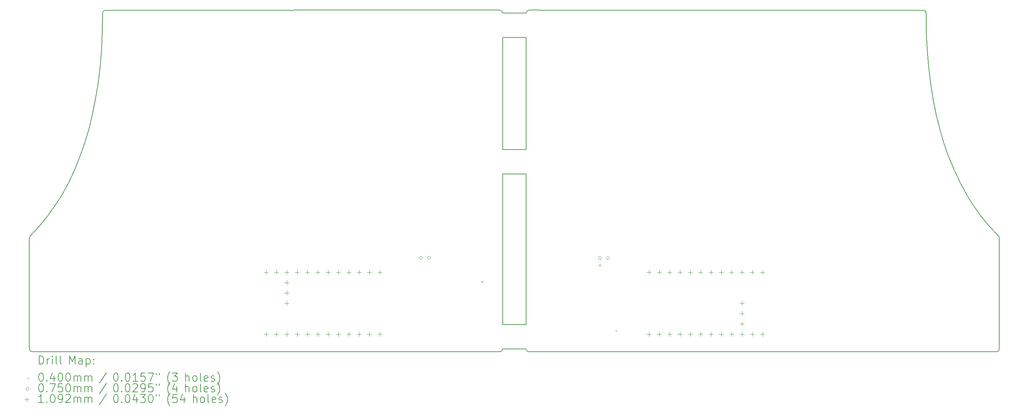
<source format=gbr>
%TF.GenerationSoftware,KiCad,Pcbnew,(7.0.0)*%
%TF.CreationDate,2023-03-18T22:03:25+08:00*%
%TF.ProjectId,lul_left,6c756c5f-6c65-4667-942e-6b696361645f,rev?*%
%TF.SameCoordinates,Original*%
%TF.FileFunction,Drillmap*%
%TF.FilePolarity,Positive*%
%FSLAX45Y45*%
G04 Gerber Fmt 4.5, Leading zero omitted, Abs format (unit mm)*
G04 Created by KiCad (PCBNEW (7.0.0)) date 2023-03-18 22:03:25*
%MOMM*%
%LPD*%
G01*
G04 APERTURE LIST*
%ADD10C,0.150000*%
%ADD11C,0.200000*%
%ADD12C,0.040000*%
%ADD13C,0.075000*%
%ADD14C,0.109220*%
G04 APERTURE END LIST*
D10*
X24315817Y-2236779D02*
X24313383Y-2234227D01*
X26133966Y-7810558D02*
X26133162Y-7806982D01*
X24332597Y-2267830D02*
X24331607Y-2264342D01*
X24290019Y-2218473D02*
X24286681Y-2217157D01*
X24283266Y-2216001D02*
X24279778Y-2215010D01*
X26135415Y-7825249D02*
X26135323Y-7821531D01*
X24322358Y-2245105D02*
X24320309Y-2242223D01*
X24313383Y-2234227D02*
X24310830Y-2231793D01*
X13921876Y-10552852D02*
X14499156Y-10553151D01*
X26135415Y-7825249D02*
X26135415Y-7825249D01*
X2284243Y-7824953D02*
X2284242Y-9812343D01*
X26131043Y-7799985D02*
X26129732Y-7796577D01*
X25509093Y-7035517D02*
X25335397Y-6759994D01*
X24327663Y-2254334D02*
X24326040Y-2251165D01*
X26132187Y-7803455D02*
X26131043Y-7799985D01*
X26116105Y-7774972D02*
X26113553Y-7772279D01*
X24333418Y-2271386D02*
X24332597Y-2267830D01*
X26113553Y-7772279D02*
X26113553Y-7772279D01*
X13920942Y-2284700D02*
G75*
G03*
X13846900Y-2210658I-74042J0D01*
G01*
X24508607Y-4412222D02*
X24446076Y-4016954D01*
X3521973Y-5843319D02*
X3389965Y-6163747D01*
X25898171Y-7541660D02*
X25696684Y-7296073D01*
X3744303Y-5157559D02*
X3640086Y-5507923D01*
X14498671Y-5644997D02*
X13921171Y-5644997D01*
X24397442Y-3606717D02*
X24362703Y-3181512D01*
X24265190Y-2212790D02*
X24261407Y-2212694D01*
X4056955Y-3181216D02*
X4022216Y-3606421D01*
X24299522Y-2223339D02*
X24296444Y-2221569D01*
X24279778Y-2215010D02*
X24276221Y-2214189D01*
X25696684Y-7296073D02*
X25509093Y-7035517D01*
X13845428Y-10627859D02*
G75*
G03*
X13921876Y-10552852I1572J74859D01*
G01*
X3244060Y-6469206D02*
X3084260Y-6759698D01*
X13845428Y-10627859D02*
X8053122Y-10627416D01*
X14498790Y-2285704D02*
X13920942Y-2284700D01*
X24334065Y-2275005D02*
X24333418Y-2271386D01*
X24446076Y-4016954D02*
X24397442Y-3606717D01*
X25335397Y-6759994D02*
X25175597Y-6469502D01*
X3640086Y-5507923D02*
X3521973Y-5843319D01*
X26124826Y-7786787D02*
X26122874Y-7783689D01*
X2284468Y-10552539D02*
G75*
G03*
X2360463Y-10627701I75462J299D01*
G01*
X24329135Y-2257590D02*
X24327663Y-2254334D01*
X26128257Y-7793237D02*
X26126621Y-7789972D01*
X24261407Y-2212694D02*
X24261407Y-2212694D01*
X25029693Y-6164042D02*
X24897685Y-5843614D01*
X24320309Y-2242223D02*
X24318127Y-2239446D01*
X24305387Y-2227300D02*
X24302505Y-2225251D01*
X24272602Y-2213542D02*
X24268923Y-2213074D01*
X24675354Y-5157855D02*
X24585033Y-4792522D01*
X24334911Y-2286198D02*
X24334816Y-2282416D01*
X24261407Y-2212694D02*
X15060412Y-2212694D01*
X3084260Y-6759698D02*
X2910565Y-7035221D01*
X2722974Y-7295777D02*
X2521487Y-7541364D01*
X24296444Y-2221569D02*
X24293275Y-2219945D01*
X26120769Y-7780683D02*
X26118511Y-7777775D01*
X20366536Y-10627712D02*
X14574220Y-10627833D01*
X14499156Y-10553151D02*
G75*
G03*
X14574220Y-10627833I72844J-1849D01*
G01*
X2284469Y-10552539D02*
X2284242Y-9812343D01*
X14498500Y-9952000D02*
X14499327Y-6246148D01*
X26118511Y-7777775D02*
X26116105Y-7774972D01*
X14498500Y-9952000D02*
X13921000Y-9952000D01*
X2521487Y-7541364D02*
X2305486Y-7771386D01*
X3389965Y-6163747D02*
X3244060Y-6469206D01*
X2305486Y-7771386D02*
G75*
G03*
X2284243Y-7824953I54515J-52614D01*
G01*
X26134596Y-7814180D02*
X26133966Y-7810558D01*
X24331607Y-2264342D02*
X24330451Y-2260927D01*
X24897685Y-5843614D02*
X24779572Y-5508219D01*
X4077798Y-2741044D02*
X4056955Y-3181216D01*
X26059195Y-10627996D02*
G75*
G03*
X26135995Y-10552926I805J75996D01*
G01*
X13921000Y-9952000D02*
X13920673Y-6245852D01*
X26135415Y-9812639D02*
X26135415Y-7825249D01*
X26113553Y-7772279D02*
X25898171Y-7541660D01*
X13357946Y-2210726D02*
X4156800Y-2212636D01*
X24302505Y-2225251D02*
X24299522Y-2223339D01*
X24334816Y-2282416D02*
X24334532Y-2278684D01*
X3911051Y-4411926D02*
X3834625Y-4792227D01*
X24779572Y-5508219D02*
X24675354Y-5157855D01*
X25175597Y-6469502D02*
X25029693Y-6164042D01*
X24362703Y-3181512D02*
X24341859Y-2741340D01*
X14573000Y-2211789D02*
G75*
G03*
X14498790Y-2285704I0J-74211D01*
G01*
X26135415Y-9812639D02*
X26135995Y-10552926D01*
X24334532Y-2278684D02*
X24334065Y-2275005D01*
X24326040Y-2251165D02*
X24324270Y-2248087D01*
X24310830Y-2231793D02*
X24308163Y-2229482D01*
X24286681Y-2217157D02*
X24283266Y-2216001D01*
X26126621Y-7789972D02*
X26124826Y-7786787D01*
X3973581Y-4016658D02*
X3911051Y-4411926D01*
X4022216Y-3606421D02*
X3973581Y-4016658D01*
X26135323Y-7821531D02*
X26135049Y-7817839D01*
X13846900Y-2210658D02*
X13357946Y-2210726D01*
X20366536Y-10627712D02*
X26059195Y-10627996D01*
X13920791Y-2886559D02*
X14499446Y-2886855D01*
X24341859Y-2741340D02*
X24334911Y-2286198D01*
X26133162Y-7806982D02*
X26132187Y-7803455D01*
X24324270Y-2248087D02*
X24322358Y-2245105D01*
X24308163Y-2229482D02*
X24305387Y-2227300D01*
X24293275Y-2219945D02*
X24290019Y-2218473D01*
X4156800Y-2212636D02*
G75*
G03*
X4084736Y-2284700I0J-72064D01*
G01*
X24318127Y-2239446D02*
X24315817Y-2236779D01*
X26113553Y-7772279D02*
X26113553Y-7772279D01*
X24585033Y-4792522D02*
X24508607Y-4412222D01*
X15060412Y-2212694D02*
X14573000Y-2211789D01*
X24330451Y-2260927D02*
X24329135Y-2257590D01*
X2910565Y-7035221D02*
X2722974Y-7295777D01*
X14498671Y-5644997D02*
X14499446Y-2886855D01*
X24276221Y-2214189D02*
X24272602Y-2213542D01*
X26129732Y-7796577D02*
X26128257Y-7793237D01*
X13921171Y-5644997D02*
X13920791Y-2886559D01*
X2360463Y-10627701D02*
X8053122Y-10627416D01*
X4084736Y-2284700D02*
X4077798Y-2741044D01*
X24334911Y-2286198D02*
X24334911Y-2286198D01*
X26122874Y-7783689D02*
X26120769Y-7780683D01*
X3834625Y-4792227D02*
X3744303Y-5157559D01*
X13920673Y-6245852D02*
X14499327Y-6246148D01*
X24268923Y-2213074D02*
X24265190Y-2212790D01*
X26135049Y-7817839D02*
X26134596Y-7814180D01*
D11*
D12*
X13395100Y-8881400D02*
X13435100Y-8921400D01*
X13435100Y-8881400D02*
X13395100Y-8921400D01*
X16290700Y-8475000D02*
X16330700Y-8515000D01*
X16330700Y-8475000D02*
X16290700Y-8515000D01*
X16697100Y-10087900D02*
X16737100Y-10127900D01*
X16737100Y-10087900D02*
X16697100Y-10127900D01*
D13*
X11949500Y-8308000D02*
G75*
G03*
X11949500Y-8308000I-37500J0D01*
G01*
X12149500Y-8308000D02*
G75*
G03*
X12149500Y-8308000I-37500J0D01*
G01*
X16346500Y-8318000D02*
G75*
G03*
X16346500Y-8318000I-37500J0D01*
G01*
X16546500Y-8318000D02*
G75*
G03*
X16546500Y-8318000I-37500J0D01*
G01*
D14*
X8104965Y-8610094D02*
X8104965Y-8719314D01*
X8050355Y-8664704D02*
X8159575Y-8664704D01*
X8104965Y-10134094D02*
X8104965Y-10243314D01*
X8050355Y-10188704D02*
X8159575Y-10188704D01*
X8358965Y-8610094D02*
X8358965Y-8719314D01*
X8304355Y-8664704D02*
X8413575Y-8664704D01*
X8358965Y-10134094D02*
X8358965Y-10243314D01*
X8304355Y-10188704D02*
X8413575Y-10188704D01*
X8612965Y-8610094D02*
X8612965Y-8719314D01*
X8558355Y-8664704D02*
X8667575Y-8664704D01*
X8612965Y-8864094D02*
X8612965Y-8973314D01*
X8558355Y-8918704D02*
X8667575Y-8918704D01*
X8612965Y-9118094D02*
X8612965Y-9227314D01*
X8558355Y-9172704D02*
X8667575Y-9172704D01*
X8612965Y-9372094D02*
X8612965Y-9481314D01*
X8558355Y-9426704D02*
X8667575Y-9426704D01*
X8612965Y-10134094D02*
X8612965Y-10243314D01*
X8558355Y-10188704D02*
X8667575Y-10188704D01*
X8866965Y-8610094D02*
X8866965Y-8719314D01*
X8812355Y-8664704D02*
X8921575Y-8664704D01*
X8866965Y-10134094D02*
X8866965Y-10243314D01*
X8812355Y-10188704D02*
X8921575Y-10188704D01*
X9120965Y-8610094D02*
X9120965Y-8719314D01*
X9066355Y-8664704D02*
X9175575Y-8664704D01*
X9120965Y-10134094D02*
X9120965Y-10243314D01*
X9066355Y-10188704D02*
X9175575Y-10188704D01*
X9374965Y-8610094D02*
X9374965Y-8719314D01*
X9320355Y-8664704D02*
X9429575Y-8664704D01*
X9374965Y-10134094D02*
X9374965Y-10243314D01*
X9320355Y-10188704D02*
X9429575Y-10188704D01*
X9628965Y-8610094D02*
X9628965Y-8719314D01*
X9574355Y-8664704D02*
X9683575Y-8664704D01*
X9628965Y-10134094D02*
X9628965Y-10243314D01*
X9574355Y-10188704D02*
X9683575Y-10188704D01*
X9882965Y-8610094D02*
X9882965Y-8719314D01*
X9828355Y-8664704D02*
X9937575Y-8664704D01*
X9882965Y-10134094D02*
X9882965Y-10243314D01*
X9828355Y-10188704D02*
X9937575Y-10188704D01*
X10136965Y-8610094D02*
X10136965Y-8719314D01*
X10082355Y-8664704D02*
X10191575Y-8664704D01*
X10136965Y-10134094D02*
X10136965Y-10243314D01*
X10082355Y-10188704D02*
X10191575Y-10188704D01*
X10390965Y-8610094D02*
X10390965Y-8719314D01*
X10336355Y-8664704D02*
X10445575Y-8664704D01*
X10390965Y-10134094D02*
X10390965Y-10243314D01*
X10336355Y-10188704D02*
X10445575Y-10188704D01*
X10644965Y-8610094D02*
X10644965Y-8719314D01*
X10590355Y-8664704D02*
X10699575Y-8664704D01*
X10644965Y-10134094D02*
X10644965Y-10243314D01*
X10590355Y-10188704D02*
X10699575Y-10188704D01*
X10898965Y-8610094D02*
X10898965Y-8719314D01*
X10844355Y-8664704D02*
X10953575Y-8664704D01*
X10898965Y-10134094D02*
X10898965Y-10243314D01*
X10844355Y-10188704D02*
X10953575Y-10188704D01*
X17520000Y-8611390D02*
X17520000Y-8720610D01*
X17465390Y-8666000D02*
X17574610Y-8666000D01*
X17520000Y-10135390D02*
X17520000Y-10244610D01*
X17465390Y-10190000D02*
X17574610Y-10190000D01*
X17774000Y-8611390D02*
X17774000Y-8720610D01*
X17719390Y-8666000D02*
X17828610Y-8666000D01*
X17774000Y-10135390D02*
X17774000Y-10244610D01*
X17719390Y-10190000D02*
X17828610Y-10190000D01*
X18028000Y-8611390D02*
X18028000Y-8720610D01*
X17973390Y-8666000D02*
X18082610Y-8666000D01*
X18028000Y-10135390D02*
X18028000Y-10244610D01*
X17973390Y-10190000D02*
X18082610Y-10190000D01*
X18282000Y-8611390D02*
X18282000Y-8720610D01*
X18227390Y-8666000D02*
X18336610Y-8666000D01*
X18282000Y-10135390D02*
X18282000Y-10244610D01*
X18227390Y-10190000D02*
X18336610Y-10190000D01*
X18536000Y-8611390D02*
X18536000Y-8720610D01*
X18481390Y-8666000D02*
X18590610Y-8666000D01*
X18536000Y-10135390D02*
X18536000Y-10244610D01*
X18481390Y-10190000D02*
X18590610Y-10190000D01*
X18790000Y-8611390D02*
X18790000Y-8720610D01*
X18735390Y-8666000D02*
X18844610Y-8666000D01*
X18790000Y-10135390D02*
X18790000Y-10244610D01*
X18735390Y-10190000D02*
X18844610Y-10190000D01*
X19044000Y-8611390D02*
X19044000Y-8720610D01*
X18989390Y-8666000D02*
X19098610Y-8666000D01*
X19044000Y-10135390D02*
X19044000Y-10244610D01*
X18989390Y-10190000D02*
X19098610Y-10190000D01*
X19298000Y-8611390D02*
X19298000Y-8720610D01*
X19243390Y-8666000D02*
X19352610Y-8666000D01*
X19298000Y-10135390D02*
X19298000Y-10244610D01*
X19243390Y-10190000D02*
X19352610Y-10190000D01*
X19552000Y-8611390D02*
X19552000Y-8720610D01*
X19497390Y-8666000D02*
X19606610Y-8666000D01*
X19552000Y-10135390D02*
X19552000Y-10244610D01*
X19497390Y-10190000D02*
X19606610Y-10190000D01*
X19806000Y-8611390D02*
X19806000Y-8720610D01*
X19751390Y-8666000D02*
X19860610Y-8666000D01*
X19806000Y-9373390D02*
X19806000Y-9482610D01*
X19751390Y-9428000D02*
X19860610Y-9428000D01*
X19806000Y-9627390D02*
X19806000Y-9736610D01*
X19751390Y-9682000D02*
X19860610Y-9682000D01*
X19806000Y-9881390D02*
X19806000Y-9990610D01*
X19751390Y-9936000D02*
X19860610Y-9936000D01*
X19806000Y-10135390D02*
X19806000Y-10244610D01*
X19751390Y-10190000D02*
X19860610Y-10190000D01*
X20060000Y-8611390D02*
X20060000Y-8720610D01*
X20005390Y-8666000D02*
X20114610Y-8666000D01*
X20060000Y-10135390D02*
X20060000Y-10244610D01*
X20005390Y-10190000D02*
X20114610Y-10190000D01*
X20314000Y-8611390D02*
X20314000Y-8720610D01*
X20259390Y-8666000D02*
X20368610Y-8666000D01*
X20314000Y-10135390D02*
X20314000Y-10244610D01*
X20259390Y-10190000D02*
X20368610Y-10190000D01*
D11*
X2524356Y-10928977D02*
X2524356Y-10728977D01*
X2524356Y-10728977D02*
X2571975Y-10728977D01*
X2571975Y-10728977D02*
X2600546Y-10738501D01*
X2600546Y-10738501D02*
X2619594Y-10757548D01*
X2619594Y-10757548D02*
X2629118Y-10776596D01*
X2629118Y-10776596D02*
X2638641Y-10814691D01*
X2638641Y-10814691D02*
X2638641Y-10843263D01*
X2638641Y-10843263D02*
X2629118Y-10881358D01*
X2629118Y-10881358D02*
X2619594Y-10900405D01*
X2619594Y-10900405D02*
X2600546Y-10919453D01*
X2600546Y-10919453D02*
X2571975Y-10928977D01*
X2571975Y-10928977D02*
X2524356Y-10928977D01*
X2724356Y-10928977D02*
X2724356Y-10795644D01*
X2724356Y-10833739D02*
X2733879Y-10814691D01*
X2733879Y-10814691D02*
X2743403Y-10805167D01*
X2743403Y-10805167D02*
X2762451Y-10795644D01*
X2762451Y-10795644D02*
X2781499Y-10795644D01*
X2848165Y-10928977D02*
X2848165Y-10795644D01*
X2848165Y-10728977D02*
X2838641Y-10738501D01*
X2838641Y-10738501D02*
X2848165Y-10748025D01*
X2848165Y-10748025D02*
X2857689Y-10738501D01*
X2857689Y-10738501D02*
X2848165Y-10728977D01*
X2848165Y-10728977D02*
X2848165Y-10748025D01*
X2971975Y-10928977D02*
X2952927Y-10919453D01*
X2952927Y-10919453D02*
X2943403Y-10900405D01*
X2943403Y-10900405D02*
X2943403Y-10728977D01*
X3076736Y-10928977D02*
X3057689Y-10919453D01*
X3057689Y-10919453D02*
X3048165Y-10900405D01*
X3048165Y-10900405D02*
X3048165Y-10728977D01*
X3272927Y-10928977D02*
X3272927Y-10728977D01*
X3272927Y-10728977D02*
X3339594Y-10871834D01*
X3339594Y-10871834D02*
X3406260Y-10728977D01*
X3406260Y-10728977D02*
X3406260Y-10928977D01*
X3587213Y-10928977D02*
X3587213Y-10824215D01*
X3587213Y-10824215D02*
X3577689Y-10805167D01*
X3577689Y-10805167D02*
X3558641Y-10795644D01*
X3558641Y-10795644D02*
X3520546Y-10795644D01*
X3520546Y-10795644D02*
X3501498Y-10805167D01*
X3587213Y-10919453D02*
X3568165Y-10928977D01*
X3568165Y-10928977D02*
X3520546Y-10928977D01*
X3520546Y-10928977D02*
X3501498Y-10919453D01*
X3501498Y-10919453D02*
X3491975Y-10900405D01*
X3491975Y-10900405D02*
X3491975Y-10881358D01*
X3491975Y-10881358D02*
X3501498Y-10862310D01*
X3501498Y-10862310D02*
X3520546Y-10852786D01*
X3520546Y-10852786D02*
X3568165Y-10852786D01*
X3568165Y-10852786D02*
X3587213Y-10843263D01*
X3682451Y-10795644D02*
X3682451Y-10995644D01*
X3682451Y-10805167D02*
X3701498Y-10795644D01*
X3701498Y-10795644D02*
X3739594Y-10795644D01*
X3739594Y-10795644D02*
X3758641Y-10805167D01*
X3758641Y-10805167D02*
X3768165Y-10814691D01*
X3768165Y-10814691D02*
X3777689Y-10833739D01*
X3777689Y-10833739D02*
X3777689Y-10890882D01*
X3777689Y-10890882D02*
X3768165Y-10909929D01*
X3768165Y-10909929D02*
X3758641Y-10919453D01*
X3758641Y-10919453D02*
X3739594Y-10928977D01*
X3739594Y-10928977D02*
X3701498Y-10928977D01*
X3701498Y-10928977D02*
X3682451Y-10919453D01*
X3863403Y-10909929D02*
X3872927Y-10919453D01*
X3872927Y-10919453D02*
X3863403Y-10928977D01*
X3863403Y-10928977D02*
X3853879Y-10919453D01*
X3853879Y-10919453D02*
X3863403Y-10909929D01*
X3863403Y-10909929D02*
X3863403Y-10928977D01*
X3863403Y-10805167D02*
X3872927Y-10814691D01*
X3872927Y-10814691D02*
X3863403Y-10824215D01*
X3863403Y-10824215D02*
X3853879Y-10814691D01*
X3853879Y-10814691D02*
X3863403Y-10805167D01*
X3863403Y-10805167D02*
X3863403Y-10824215D01*
D12*
X2236737Y-11255501D02*
X2276737Y-11295501D01*
X2276737Y-11255501D02*
X2236737Y-11295501D01*
D11*
X2562451Y-11148977D02*
X2581499Y-11148977D01*
X2581499Y-11148977D02*
X2600546Y-11158501D01*
X2600546Y-11158501D02*
X2610070Y-11168025D01*
X2610070Y-11168025D02*
X2619594Y-11187072D01*
X2619594Y-11187072D02*
X2629118Y-11225167D01*
X2629118Y-11225167D02*
X2629118Y-11272786D01*
X2629118Y-11272786D02*
X2619594Y-11310882D01*
X2619594Y-11310882D02*
X2610070Y-11329929D01*
X2610070Y-11329929D02*
X2600546Y-11339453D01*
X2600546Y-11339453D02*
X2581499Y-11348977D01*
X2581499Y-11348977D02*
X2562451Y-11348977D01*
X2562451Y-11348977D02*
X2543403Y-11339453D01*
X2543403Y-11339453D02*
X2533879Y-11329929D01*
X2533879Y-11329929D02*
X2524356Y-11310882D01*
X2524356Y-11310882D02*
X2514832Y-11272786D01*
X2514832Y-11272786D02*
X2514832Y-11225167D01*
X2514832Y-11225167D02*
X2524356Y-11187072D01*
X2524356Y-11187072D02*
X2533879Y-11168025D01*
X2533879Y-11168025D02*
X2543403Y-11158501D01*
X2543403Y-11158501D02*
X2562451Y-11148977D01*
X2714832Y-11329929D02*
X2724356Y-11339453D01*
X2724356Y-11339453D02*
X2714832Y-11348977D01*
X2714832Y-11348977D02*
X2705308Y-11339453D01*
X2705308Y-11339453D02*
X2714832Y-11329929D01*
X2714832Y-11329929D02*
X2714832Y-11348977D01*
X2895784Y-11215643D02*
X2895784Y-11348977D01*
X2848165Y-11139453D02*
X2800546Y-11282310D01*
X2800546Y-11282310D02*
X2924356Y-11282310D01*
X3038641Y-11148977D02*
X3057689Y-11148977D01*
X3057689Y-11148977D02*
X3076737Y-11158501D01*
X3076737Y-11158501D02*
X3086260Y-11168025D01*
X3086260Y-11168025D02*
X3095784Y-11187072D01*
X3095784Y-11187072D02*
X3105308Y-11225167D01*
X3105308Y-11225167D02*
X3105308Y-11272786D01*
X3105308Y-11272786D02*
X3095784Y-11310882D01*
X3095784Y-11310882D02*
X3086260Y-11329929D01*
X3086260Y-11329929D02*
X3076737Y-11339453D01*
X3076737Y-11339453D02*
X3057689Y-11348977D01*
X3057689Y-11348977D02*
X3038641Y-11348977D01*
X3038641Y-11348977D02*
X3019594Y-11339453D01*
X3019594Y-11339453D02*
X3010070Y-11329929D01*
X3010070Y-11329929D02*
X3000546Y-11310882D01*
X3000546Y-11310882D02*
X2991022Y-11272786D01*
X2991022Y-11272786D02*
X2991022Y-11225167D01*
X2991022Y-11225167D02*
X3000546Y-11187072D01*
X3000546Y-11187072D02*
X3010070Y-11168025D01*
X3010070Y-11168025D02*
X3019594Y-11158501D01*
X3019594Y-11158501D02*
X3038641Y-11148977D01*
X3229117Y-11148977D02*
X3248165Y-11148977D01*
X3248165Y-11148977D02*
X3267213Y-11158501D01*
X3267213Y-11158501D02*
X3276737Y-11168025D01*
X3276737Y-11168025D02*
X3286260Y-11187072D01*
X3286260Y-11187072D02*
X3295784Y-11225167D01*
X3295784Y-11225167D02*
X3295784Y-11272786D01*
X3295784Y-11272786D02*
X3286260Y-11310882D01*
X3286260Y-11310882D02*
X3276737Y-11329929D01*
X3276737Y-11329929D02*
X3267213Y-11339453D01*
X3267213Y-11339453D02*
X3248165Y-11348977D01*
X3248165Y-11348977D02*
X3229117Y-11348977D01*
X3229117Y-11348977D02*
X3210070Y-11339453D01*
X3210070Y-11339453D02*
X3200546Y-11329929D01*
X3200546Y-11329929D02*
X3191022Y-11310882D01*
X3191022Y-11310882D02*
X3181498Y-11272786D01*
X3181498Y-11272786D02*
X3181498Y-11225167D01*
X3181498Y-11225167D02*
X3191022Y-11187072D01*
X3191022Y-11187072D02*
X3200546Y-11168025D01*
X3200546Y-11168025D02*
X3210070Y-11158501D01*
X3210070Y-11158501D02*
X3229117Y-11148977D01*
X3381498Y-11348977D02*
X3381498Y-11215643D01*
X3381498Y-11234691D02*
X3391022Y-11225167D01*
X3391022Y-11225167D02*
X3410070Y-11215643D01*
X3410070Y-11215643D02*
X3438641Y-11215643D01*
X3438641Y-11215643D02*
X3457689Y-11225167D01*
X3457689Y-11225167D02*
X3467213Y-11244215D01*
X3467213Y-11244215D02*
X3467213Y-11348977D01*
X3467213Y-11244215D02*
X3476737Y-11225167D01*
X3476737Y-11225167D02*
X3495784Y-11215643D01*
X3495784Y-11215643D02*
X3524356Y-11215643D01*
X3524356Y-11215643D02*
X3543403Y-11225167D01*
X3543403Y-11225167D02*
X3552927Y-11244215D01*
X3552927Y-11244215D02*
X3552927Y-11348977D01*
X3648165Y-11348977D02*
X3648165Y-11215643D01*
X3648165Y-11234691D02*
X3657689Y-11225167D01*
X3657689Y-11225167D02*
X3676737Y-11215643D01*
X3676737Y-11215643D02*
X3705308Y-11215643D01*
X3705308Y-11215643D02*
X3724356Y-11225167D01*
X3724356Y-11225167D02*
X3733879Y-11244215D01*
X3733879Y-11244215D02*
X3733879Y-11348977D01*
X3733879Y-11244215D02*
X3743403Y-11225167D01*
X3743403Y-11225167D02*
X3762451Y-11215643D01*
X3762451Y-11215643D02*
X3791022Y-11215643D01*
X3791022Y-11215643D02*
X3810070Y-11225167D01*
X3810070Y-11225167D02*
X3819594Y-11244215D01*
X3819594Y-11244215D02*
X3819594Y-11348977D01*
X4177689Y-11139453D02*
X4006260Y-11396596D01*
X4402451Y-11148977D02*
X4421499Y-11148977D01*
X4421499Y-11148977D02*
X4440546Y-11158501D01*
X4440546Y-11158501D02*
X4450070Y-11168025D01*
X4450070Y-11168025D02*
X4459594Y-11187072D01*
X4459594Y-11187072D02*
X4469118Y-11225167D01*
X4469118Y-11225167D02*
X4469118Y-11272786D01*
X4469118Y-11272786D02*
X4459594Y-11310882D01*
X4459594Y-11310882D02*
X4450070Y-11329929D01*
X4450070Y-11329929D02*
X4440546Y-11339453D01*
X4440546Y-11339453D02*
X4421499Y-11348977D01*
X4421499Y-11348977D02*
X4402451Y-11348977D01*
X4402451Y-11348977D02*
X4383403Y-11339453D01*
X4383403Y-11339453D02*
X4373880Y-11329929D01*
X4373880Y-11329929D02*
X4364356Y-11310882D01*
X4364356Y-11310882D02*
X4354832Y-11272786D01*
X4354832Y-11272786D02*
X4354832Y-11225167D01*
X4354832Y-11225167D02*
X4364356Y-11187072D01*
X4364356Y-11187072D02*
X4373880Y-11168025D01*
X4373880Y-11168025D02*
X4383403Y-11158501D01*
X4383403Y-11158501D02*
X4402451Y-11148977D01*
X4554832Y-11329929D02*
X4564356Y-11339453D01*
X4564356Y-11339453D02*
X4554832Y-11348977D01*
X4554832Y-11348977D02*
X4545308Y-11339453D01*
X4545308Y-11339453D02*
X4554832Y-11329929D01*
X4554832Y-11329929D02*
X4554832Y-11348977D01*
X4688165Y-11148977D02*
X4707213Y-11148977D01*
X4707213Y-11148977D02*
X4726261Y-11158501D01*
X4726261Y-11158501D02*
X4735784Y-11168025D01*
X4735784Y-11168025D02*
X4745308Y-11187072D01*
X4745308Y-11187072D02*
X4754832Y-11225167D01*
X4754832Y-11225167D02*
X4754832Y-11272786D01*
X4754832Y-11272786D02*
X4745308Y-11310882D01*
X4745308Y-11310882D02*
X4735784Y-11329929D01*
X4735784Y-11329929D02*
X4726261Y-11339453D01*
X4726261Y-11339453D02*
X4707213Y-11348977D01*
X4707213Y-11348977D02*
X4688165Y-11348977D01*
X4688165Y-11348977D02*
X4669118Y-11339453D01*
X4669118Y-11339453D02*
X4659594Y-11329929D01*
X4659594Y-11329929D02*
X4650070Y-11310882D01*
X4650070Y-11310882D02*
X4640546Y-11272786D01*
X4640546Y-11272786D02*
X4640546Y-11225167D01*
X4640546Y-11225167D02*
X4650070Y-11187072D01*
X4650070Y-11187072D02*
X4659594Y-11168025D01*
X4659594Y-11168025D02*
X4669118Y-11158501D01*
X4669118Y-11158501D02*
X4688165Y-11148977D01*
X4945308Y-11348977D02*
X4831022Y-11348977D01*
X4888165Y-11348977D02*
X4888165Y-11148977D01*
X4888165Y-11148977D02*
X4869118Y-11177548D01*
X4869118Y-11177548D02*
X4850070Y-11196596D01*
X4850070Y-11196596D02*
X4831022Y-11206120D01*
X5126261Y-11148977D02*
X5031022Y-11148977D01*
X5031022Y-11148977D02*
X5021499Y-11244215D01*
X5021499Y-11244215D02*
X5031022Y-11234691D01*
X5031022Y-11234691D02*
X5050070Y-11225167D01*
X5050070Y-11225167D02*
X5097689Y-11225167D01*
X5097689Y-11225167D02*
X5116737Y-11234691D01*
X5116737Y-11234691D02*
X5126261Y-11244215D01*
X5126261Y-11244215D02*
X5135784Y-11263263D01*
X5135784Y-11263263D02*
X5135784Y-11310882D01*
X5135784Y-11310882D02*
X5126261Y-11329929D01*
X5126261Y-11329929D02*
X5116737Y-11339453D01*
X5116737Y-11339453D02*
X5097689Y-11348977D01*
X5097689Y-11348977D02*
X5050070Y-11348977D01*
X5050070Y-11348977D02*
X5031022Y-11339453D01*
X5031022Y-11339453D02*
X5021499Y-11329929D01*
X5202451Y-11148977D02*
X5335784Y-11148977D01*
X5335784Y-11148977D02*
X5250070Y-11348977D01*
X5402451Y-11148977D02*
X5402451Y-11187072D01*
X5478642Y-11148977D02*
X5478642Y-11187072D01*
X5741499Y-11425167D02*
X5731975Y-11415643D01*
X5731975Y-11415643D02*
X5712927Y-11387072D01*
X5712927Y-11387072D02*
X5703403Y-11368024D01*
X5703403Y-11368024D02*
X5693880Y-11339453D01*
X5693880Y-11339453D02*
X5684356Y-11291834D01*
X5684356Y-11291834D02*
X5684356Y-11253739D01*
X5684356Y-11253739D02*
X5693880Y-11206120D01*
X5693880Y-11206120D02*
X5703403Y-11177548D01*
X5703403Y-11177548D02*
X5712927Y-11158501D01*
X5712927Y-11158501D02*
X5731975Y-11129929D01*
X5731975Y-11129929D02*
X5741499Y-11120405D01*
X5798641Y-11148977D02*
X5922451Y-11148977D01*
X5922451Y-11148977D02*
X5855784Y-11225167D01*
X5855784Y-11225167D02*
X5884356Y-11225167D01*
X5884356Y-11225167D02*
X5903403Y-11234691D01*
X5903403Y-11234691D02*
X5912927Y-11244215D01*
X5912927Y-11244215D02*
X5922451Y-11263263D01*
X5922451Y-11263263D02*
X5922451Y-11310882D01*
X5922451Y-11310882D02*
X5912927Y-11329929D01*
X5912927Y-11329929D02*
X5903403Y-11339453D01*
X5903403Y-11339453D02*
X5884356Y-11348977D01*
X5884356Y-11348977D02*
X5827213Y-11348977D01*
X5827213Y-11348977D02*
X5808165Y-11339453D01*
X5808165Y-11339453D02*
X5798641Y-11329929D01*
X6128165Y-11348977D02*
X6128165Y-11148977D01*
X6213880Y-11348977D02*
X6213880Y-11244215D01*
X6213880Y-11244215D02*
X6204356Y-11225167D01*
X6204356Y-11225167D02*
X6185308Y-11215643D01*
X6185308Y-11215643D02*
X6156737Y-11215643D01*
X6156737Y-11215643D02*
X6137689Y-11225167D01*
X6137689Y-11225167D02*
X6128165Y-11234691D01*
X6337689Y-11348977D02*
X6318641Y-11339453D01*
X6318641Y-11339453D02*
X6309118Y-11329929D01*
X6309118Y-11329929D02*
X6299594Y-11310882D01*
X6299594Y-11310882D02*
X6299594Y-11253739D01*
X6299594Y-11253739D02*
X6309118Y-11234691D01*
X6309118Y-11234691D02*
X6318641Y-11225167D01*
X6318641Y-11225167D02*
X6337689Y-11215643D01*
X6337689Y-11215643D02*
X6366261Y-11215643D01*
X6366261Y-11215643D02*
X6385308Y-11225167D01*
X6385308Y-11225167D02*
X6394832Y-11234691D01*
X6394832Y-11234691D02*
X6404356Y-11253739D01*
X6404356Y-11253739D02*
X6404356Y-11310882D01*
X6404356Y-11310882D02*
X6394832Y-11329929D01*
X6394832Y-11329929D02*
X6385308Y-11339453D01*
X6385308Y-11339453D02*
X6366261Y-11348977D01*
X6366261Y-11348977D02*
X6337689Y-11348977D01*
X6518641Y-11348977D02*
X6499594Y-11339453D01*
X6499594Y-11339453D02*
X6490070Y-11320405D01*
X6490070Y-11320405D02*
X6490070Y-11148977D01*
X6671022Y-11339453D02*
X6651975Y-11348977D01*
X6651975Y-11348977D02*
X6613880Y-11348977D01*
X6613880Y-11348977D02*
X6594832Y-11339453D01*
X6594832Y-11339453D02*
X6585308Y-11320405D01*
X6585308Y-11320405D02*
X6585308Y-11244215D01*
X6585308Y-11244215D02*
X6594832Y-11225167D01*
X6594832Y-11225167D02*
X6613880Y-11215643D01*
X6613880Y-11215643D02*
X6651975Y-11215643D01*
X6651975Y-11215643D02*
X6671022Y-11225167D01*
X6671022Y-11225167D02*
X6680546Y-11244215D01*
X6680546Y-11244215D02*
X6680546Y-11263263D01*
X6680546Y-11263263D02*
X6585308Y-11282310D01*
X6756737Y-11339453D02*
X6775784Y-11348977D01*
X6775784Y-11348977D02*
X6813880Y-11348977D01*
X6813880Y-11348977D02*
X6832927Y-11339453D01*
X6832927Y-11339453D02*
X6842451Y-11320405D01*
X6842451Y-11320405D02*
X6842451Y-11310882D01*
X6842451Y-11310882D02*
X6832927Y-11291834D01*
X6832927Y-11291834D02*
X6813880Y-11282310D01*
X6813880Y-11282310D02*
X6785308Y-11282310D01*
X6785308Y-11282310D02*
X6766261Y-11272786D01*
X6766261Y-11272786D02*
X6756737Y-11253739D01*
X6756737Y-11253739D02*
X6756737Y-11244215D01*
X6756737Y-11244215D02*
X6766261Y-11225167D01*
X6766261Y-11225167D02*
X6785308Y-11215643D01*
X6785308Y-11215643D02*
X6813880Y-11215643D01*
X6813880Y-11215643D02*
X6832927Y-11225167D01*
X6909118Y-11425167D02*
X6918642Y-11415643D01*
X6918642Y-11415643D02*
X6937689Y-11387072D01*
X6937689Y-11387072D02*
X6947213Y-11368024D01*
X6947213Y-11368024D02*
X6956737Y-11339453D01*
X6956737Y-11339453D02*
X6966261Y-11291834D01*
X6966261Y-11291834D02*
X6966261Y-11253739D01*
X6966261Y-11253739D02*
X6956737Y-11206120D01*
X6956737Y-11206120D02*
X6947213Y-11177548D01*
X6947213Y-11177548D02*
X6937689Y-11158501D01*
X6937689Y-11158501D02*
X6918642Y-11129929D01*
X6918642Y-11129929D02*
X6909118Y-11120405D01*
D13*
X2276737Y-11539501D02*
G75*
G03*
X2276737Y-11539501I-37500J0D01*
G01*
D11*
X2562451Y-11412977D02*
X2581499Y-11412977D01*
X2581499Y-11412977D02*
X2600546Y-11422501D01*
X2600546Y-11422501D02*
X2610070Y-11432024D01*
X2610070Y-11432024D02*
X2619594Y-11451072D01*
X2619594Y-11451072D02*
X2629118Y-11489167D01*
X2629118Y-11489167D02*
X2629118Y-11536786D01*
X2629118Y-11536786D02*
X2619594Y-11574882D01*
X2619594Y-11574882D02*
X2610070Y-11593929D01*
X2610070Y-11593929D02*
X2600546Y-11603453D01*
X2600546Y-11603453D02*
X2581499Y-11612977D01*
X2581499Y-11612977D02*
X2562451Y-11612977D01*
X2562451Y-11612977D02*
X2543403Y-11603453D01*
X2543403Y-11603453D02*
X2533879Y-11593929D01*
X2533879Y-11593929D02*
X2524356Y-11574882D01*
X2524356Y-11574882D02*
X2514832Y-11536786D01*
X2514832Y-11536786D02*
X2514832Y-11489167D01*
X2514832Y-11489167D02*
X2524356Y-11451072D01*
X2524356Y-11451072D02*
X2533879Y-11432024D01*
X2533879Y-11432024D02*
X2543403Y-11422501D01*
X2543403Y-11422501D02*
X2562451Y-11412977D01*
X2714832Y-11593929D02*
X2724356Y-11603453D01*
X2724356Y-11603453D02*
X2714832Y-11612977D01*
X2714832Y-11612977D02*
X2705308Y-11603453D01*
X2705308Y-11603453D02*
X2714832Y-11593929D01*
X2714832Y-11593929D02*
X2714832Y-11612977D01*
X2791022Y-11412977D02*
X2924356Y-11412977D01*
X2924356Y-11412977D02*
X2838641Y-11612977D01*
X3095784Y-11412977D02*
X3000546Y-11412977D01*
X3000546Y-11412977D02*
X2991022Y-11508215D01*
X2991022Y-11508215D02*
X3000546Y-11498691D01*
X3000546Y-11498691D02*
X3019594Y-11489167D01*
X3019594Y-11489167D02*
X3067213Y-11489167D01*
X3067213Y-11489167D02*
X3086260Y-11498691D01*
X3086260Y-11498691D02*
X3095784Y-11508215D01*
X3095784Y-11508215D02*
X3105308Y-11527263D01*
X3105308Y-11527263D02*
X3105308Y-11574882D01*
X3105308Y-11574882D02*
X3095784Y-11593929D01*
X3095784Y-11593929D02*
X3086260Y-11603453D01*
X3086260Y-11603453D02*
X3067213Y-11612977D01*
X3067213Y-11612977D02*
X3019594Y-11612977D01*
X3019594Y-11612977D02*
X3000546Y-11603453D01*
X3000546Y-11603453D02*
X2991022Y-11593929D01*
X3229117Y-11412977D02*
X3248165Y-11412977D01*
X3248165Y-11412977D02*
X3267213Y-11422501D01*
X3267213Y-11422501D02*
X3276737Y-11432024D01*
X3276737Y-11432024D02*
X3286260Y-11451072D01*
X3286260Y-11451072D02*
X3295784Y-11489167D01*
X3295784Y-11489167D02*
X3295784Y-11536786D01*
X3295784Y-11536786D02*
X3286260Y-11574882D01*
X3286260Y-11574882D02*
X3276737Y-11593929D01*
X3276737Y-11593929D02*
X3267213Y-11603453D01*
X3267213Y-11603453D02*
X3248165Y-11612977D01*
X3248165Y-11612977D02*
X3229117Y-11612977D01*
X3229117Y-11612977D02*
X3210070Y-11603453D01*
X3210070Y-11603453D02*
X3200546Y-11593929D01*
X3200546Y-11593929D02*
X3191022Y-11574882D01*
X3191022Y-11574882D02*
X3181498Y-11536786D01*
X3181498Y-11536786D02*
X3181498Y-11489167D01*
X3181498Y-11489167D02*
X3191022Y-11451072D01*
X3191022Y-11451072D02*
X3200546Y-11432024D01*
X3200546Y-11432024D02*
X3210070Y-11422501D01*
X3210070Y-11422501D02*
X3229117Y-11412977D01*
X3381498Y-11612977D02*
X3381498Y-11479643D01*
X3381498Y-11498691D02*
X3391022Y-11489167D01*
X3391022Y-11489167D02*
X3410070Y-11479643D01*
X3410070Y-11479643D02*
X3438641Y-11479643D01*
X3438641Y-11479643D02*
X3457689Y-11489167D01*
X3457689Y-11489167D02*
X3467213Y-11508215D01*
X3467213Y-11508215D02*
X3467213Y-11612977D01*
X3467213Y-11508215D02*
X3476737Y-11489167D01*
X3476737Y-11489167D02*
X3495784Y-11479643D01*
X3495784Y-11479643D02*
X3524356Y-11479643D01*
X3524356Y-11479643D02*
X3543403Y-11489167D01*
X3543403Y-11489167D02*
X3552927Y-11508215D01*
X3552927Y-11508215D02*
X3552927Y-11612977D01*
X3648165Y-11612977D02*
X3648165Y-11479643D01*
X3648165Y-11498691D02*
X3657689Y-11489167D01*
X3657689Y-11489167D02*
X3676737Y-11479643D01*
X3676737Y-11479643D02*
X3705308Y-11479643D01*
X3705308Y-11479643D02*
X3724356Y-11489167D01*
X3724356Y-11489167D02*
X3733879Y-11508215D01*
X3733879Y-11508215D02*
X3733879Y-11612977D01*
X3733879Y-11508215D02*
X3743403Y-11489167D01*
X3743403Y-11489167D02*
X3762451Y-11479643D01*
X3762451Y-11479643D02*
X3791022Y-11479643D01*
X3791022Y-11479643D02*
X3810070Y-11489167D01*
X3810070Y-11489167D02*
X3819594Y-11508215D01*
X3819594Y-11508215D02*
X3819594Y-11612977D01*
X4177689Y-11403453D02*
X4006260Y-11660596D01*
X4402451Y-11412977D02*
X4421499Y-11412977D01*
X4421499Y-11412977D02*
X4440546Y-11422501D01*
X4440546Y-11422501D02*
X4450070Y-11432024D01*
X4450070Y-11432024D02*
X4459594Y-11451072D01*
X4459594Y-11451072D02*
X4469118Y-11489167D01*
X4469118Y-11489167D02*
X4469118Y-11536786D01*
X4469118Y-11536786D02*
X4459594Y-11574882D01*
X4459594Y-11574882D02*
X4450070Y-11593929D01*
X4450070Y-11593929D02*
X4440546Y-11603453D01*
X4440546Y-11603453D02*
X4421499Y-11612977D01*
X4421499Y-11612977D02*
X4402451Y-11612977D01*
X4402451Y-11612977D02*
X4383403Y-11603453D01*
X4383403Y-11603453D02*
X4373880Y-11593929D01*
X4373880Y-11593929D02*
X4364356Y-11574882D01*
X4364356Y-11574882D02*
X4354832Y-11536786D01*
X4354832Y-11536786D02*
X4354832Y-11489167D01*
X4354832Y-11489167D02*
X4364356Y-11451072D01*
X4364356Y-11451072D02*
X4373880Y-11432024D01*
X4373880Y-11432024D02*
X4383403Y-11422501D01*
X4383403Y-11422501D02*
X4402451Y-11412977D01*
X4554832Y-11593929D02*
X4564356Y-11603453D01*
X4564356Y-11603453D02*
X4554832Y-11612977D01*
X4554832Y-11612977D02*
X4545308Y-11603453D01*
X4545308Y-11603453D02*
X4554832Y-11593929D01*
X4554832Y-11593929D02*
X4554832Y-11612977D01*
X4688165Y-11412977D02*
X4707213Y-11412977D01*
X4707213Y-11412977D02*
X4726261Y-11422501D01*
X4726261Y-11422501D02*
X4735784Y-11432024D01*
X4735784Y-11432024D02*
X4745308Y-11451072D01*
X4745308Y-11451072D02*
X4754832Y-11489167D01*
X4754832Y-11489167D02*
X4754832Y-11536786D01*
X4754832Y-11536786D02*
X4745308Y-11574882D01*
X4745308Y-11574882D02*
X4735784Y-11593929D01*
X4735784Y-11593929D02*
X4726261Y-11603453D01*
X4726261Y-11603453D02*
X4707213Y-11612977D01*
X4707213Y-11612977D02*
X4688165Y-11612977D01*
X4688165Y-11612977D02*
X4669118Y-11603453D01*
X4669118Y-11603453D02*
X4659594Y-11593929D01*
X4659594Y-11593929D02*
X4650070Y-11574882D01*
X4650070Y-11574882D02*
X4640546Y-11536786D01*
X4640546Y-11536786D02*
X4640546Y-11489167D01*
X4640546Y-11489167D02*
X4650070Y-11451072D01*
X4650070Y-11451072D02*
X4659594Y-11432024D01*
X4659594Y-11432024D02*
X4669118Y-11422501D01*
X4669118Y-11422501D02*
X4688165Y-11412977D01*
X4831022Y-11432024D02*
X4840546Y-11422501D01*
X4840546Y-11422501D02*
X4859594Y-11412977D01*
X4859594Y-11412977D02*
X4907213Y-11412977D01*
X4907213Y-11412977D02*
X4926261Y-11422501D01*
X4926261Y-11422501D02*
X4935784Y-11432024D01*
X4935784Y-11432024D02*
X4945308Y-11451072D01*
X4945308Y-11451072D02*
X4945308Y-11470120D01*
X4945308Y-11470120D02*
X4935784Y-11498691D01*
X4935784Y-11498691D02*
X4821499Y-11612977D01*
X4821499Y-11612977D02*
X4945308Y-11612977D01*
X5040546Y-11612977D02*
X5078641Y-11612977D01*
X5078641Y-11612977D02*
X5097689Y-11603453D01*
X5097689Y-11603453D02*
X5107213Y-11593929D01*
X5107213Y-11593929D02*
X5126261Y-11565358D01*
X5126261Y-11565358D02*
X5135784Y-11527263D01*
X5135784Y-11527263D02*
X5135784Y-11451072D01*
X5135784Y-11451072D02*
X5126261Y-11432024D01*
X5126261Y-11432024D02*
X5116737Y-11422501D01*
X5116737Y-11422501D02*
X5097689Y-11412977D01*
X5097689Y-11412977D02*
X5059594Y-11412977D01*
X5059594Y-11412977D02*
X5040546Y-11422501D01*
X5040546Y-11422501D02*
X5031022Y-11432024D01*
X5031022Y-11432024D02*
X5021499Y-11451072D01*
X5021499Y-11451072D02*
X5021499Y-11498691D01*
X5021499Y-11498691D02*
X5031022Y-11517739D01*
X5031022Y-11517739D02*
X5040546Y-11527263D01*
X5040546Y-11527263D02*
X5059594Y-11536786D01*
X5059594Y-11536786D02*
X5097689Y-11536786D01*
X5097689Y-11536786D02*
X5116737Y-11527263D01*
X5116737Y-11527263D02*
X5126261Y-11517739D01*
X5126261Y-11517739D02*
X5135784Y-11498691D01*
X5316737Y-11412977D02*
X5221499Y-11412977D01*
X5221499Y-11412977D02*
X5211975Y-11508215D01*
X5211975Y-11508215D02*
X5221499Y-11498691D01*
X5221499Y-11498691D02*
X5240546Y-11489167D01*
X5240546Y-11489167D02*
X5288165Y-11489167D01*
X5288165Y-11489167D02*
X5307213Y-11498691D01*
X5307213Y-11498691D02*
X5316737Y-11508215D01*
X5316737Y-11508215D02*
X5326261Y-11527263D01*
X5326261Y-11527263D02*
X5326261Y-11574882D01*
X5326261Y-11574882D02*
X5316737Y-11593929D01*
X5316737Y-11593929D02*
X5307213Y-11603453D01*
X5307213Y-11603453D02*
X5288165Y-11612977D01*
X5288165Y-11612977D02*
X5240546Y-11612977D01*
X5240546Y-11612977D02*
X5221499Y-11603453D01*
X5221499Y-11603453D02*
X5211975Y-11593929D01*
X5402451Y-11412977D02*
X5402451Y-11451072D01*
X5478642Y-11412977D02*
X5478642Y-11451072D01*
X5741499Y-11689167D02*
X5731975Y-11679643D01*
X5731975Y-11679643D02*
X5712927Y-11651072D01*
X5712927Y-11651072D02*
X5703403Y-11632024D01*
X5703403Y-11632024D02*
X5693880Y-11603453D01*
X5693880Y-11603453D02*
X5684356Y-11555834D01*
X5684356Y-11555834D02*
X5684356Y-11517739D01*
X5684356Y-11517739D02*
X5693880Y-11470120D01*
X5693880Y-11470120D02*
X5703403Y-11441548D01*
X5703403Y-11441548D02*
X5712927Y-11422501D01*
X5712927Y-11422501D02*
X5731975Y-11393929D01*
X5731975Y-11393929D02*
X5741499Y-11384405D01*
X5903403Y-11479643D02*
X5903403Y-11612977D01*
X5855784Y-11403453D02*
X5808165Y-11546310D01*
X5808165Y-11546310D02*
X5931975Y-11546310D01*
X6128165Y-11612977D02*
X6128165Y-11412977D01*
X6213880Y-11612977D02*
X6213880Y-11508215D01*
X6213880Y-11508215D02*
X6204356Y-11489167D01*
X6204356Y-11489167D02*
X6185308Y-11479643D01*
X6185308Y-11479643D02*
X6156737Y-11479643D01*
X6156737Y-11479643D02*
X6137689Y-11489167D01*
X6137689Y-11489167D02*
X6128165Y-11498691D01*
X6337689Y-11612977D02*
X6318641Y-11603453D01*
X6318641Y-11603453D02*
X6309118Y-11593929D01*
X6309118Y-11593929D02*
X6299594Y-11574882D01*
X6299594Y-11574882D02*
X6299594Y-11517739D01*
X6299594Y-11517739D02*
X6309118Y-11498691D01*
X6309118Y-11498691D02*
X6318641Y-11489167D01*
X6318641Y-11489167D02*
X6337689Y-11479643D01*
X6337689Y-11479643D02*
X6366261Y-11479643D01*
X6366261Y-11479643D02*
X6385308Y-11489167D01*
X6385308Y-11489167D02*
X6394832Y-11498691D01*
X6394832Y-11498691D02*
X6404356Y-11517739D01*
X6404356Y-11517739D02*
X6404356Y-11574882D01*
X6404356Y-11574882D02*
X6394832Y-11593929D01*
X6394832Y-11593929D02*
X6385308Y-11603453D01*
X6385308Y-11603453D02*
X6366261Y-11612977D01*
X6366261Y-11612977D02*
X6337689Y-11612977D01*
X6518641Y-11612977D02*
X6499594Y-11603453D01*
X6499594Y-11603453D02*
X6490070Y-11584405D01*
X6490070Y-11584405D02*
X6490070Y-11412977D01*
X6671022Y-11603453D02*
X6651975Y-11612977D01*
X6651975Y-11612977D02*
X6613880Y-11612977D01*
X6613880Y-11612977D02*
X6594832Y-11603453D01*
X6594832Y-11603453D02*
X6585308Y-11584405D01*
X6585308Y-11584405D02*
X6585308Y-11508215D01*
X6585308Y-11508215D02*
X6594832Y-11489167D01*
X6594832Y-11489167D02*
X6613880Y-11479643D01*
X6613880Y-11479643D02*
X6651975Y-11479643D01*
X6651975Y-11479643D02*
X6671022Y-11489167D01*
X6671022Y-11489167D02*
X6680546Y-11508215D01*
X6680546Y-11508215D02*
X6680546Y-11527263D01*
X6680546Y-11527263D02*
X6585308Y-11546310D01*
X6756737Y-11603453D02*
X6775784Y-11612977D01*
X6775784Y-11612977D02*
X6813880Y-11612977D01*
X6813880Y-11612977D02*
X6832927Y-11603453D01*
X6832927Y-11603453D02*
X6842451Y-11584405D01*
X6842451Y-11584405D02*
X6842451Y-11574882D01*
X6842451Y-11574882D02*
X6832927Y-11555834D01*
X6832927Y-11555834D02*
X6813880Y-11546310D01*
X6813880Y-11546310D02*
X6785308Y-11546310D01*
X6785308Y-11546310D02*
X6766261Y-11536786D01*
X6766261Y-11536786D02*
X6756737Y-11517739D01*
X6756737Y-11517739D02*
X6756737Y-11508215D01*
X6756737Y-11508215D02*
X6766261Y-11489167D01*
X6766261Y-11489167D02*
X6785308Y-11479643D01*
X6785308Y-11479643D02*
X6813880Y-11479643D01*
X6813880Y-11479643D02*
X6832927Y-11489167D01*
X6909118Y-11689167D02*
X6918642Y-11679643D01*
X6918642Y-11679643D02*
X6937689Y-11651072D01*
X6937689Y-11651072D02*
X6947213Y-11632024D01*
X6947213Y-11632024D02*
X6956737Y-11603453D01*
X6956737Y-11603453D02*
X6966261Y-11555834D01*
X6966261Y-11555834D02*
X6966261Y-11517739D01*
X6966261Y-11517739D02*
X6956737Y-11470120D01*
X6956737Y-11470120D02*
X6947213Y-11441548D01*
X6947213Y-11441548D02*
X6937689Y-11422501D01*
X6937689Y-11422501D02*
X6918642Y-11393929D01*
X6918642Y-11393929D02*
X6909118Y-11384405D01*
D14*
X2222127Y-11748891D02*
X2222127Y-11858111D01*
X2167517Y-11803501D02*
X2276737Y-11803501D01*
D11*
X2629118Y-11876977D02*
X2514832Y-11876977D01*
X2571975Y-11876977D02*
X2571975Y-11676977D01*
X2571975Y-11676977D02*
X2552927Y-11705548D01*
X2552927Y-11705548D02*
X2533879Y-11724596D01*
X2533879Y-11724596D02*
X2514832Y-11734120D01*
X2714832Y-11857929D02*
X2724356Y-11867453D01*
X2724356Y-11867453D02*
X2714832Y-11876977D01*
X2714832Y-11876977D02*
X2705308Y-11867453D01*
X2705308Y-11867453D02*
X2714832Y-11857929D01*
X2714832Y-11857929D02*
X2714832Y-11876977D01*
X2848165Y-11676977D02*
X2867213Y-11676977D01*
X2867213Y-11676977D02*
X2886260Y-11686501D01*
X2886260Y-11686501D02*
X2895784Y-11696024D01*
X2895784Y-11696024D02*
X2905308Y-11715072D01*
X2905308Y-11715072D02*
X2914832Y-11753167D01*
X2914832Y-11753167D02*
X2914832Y-11800786D01*
X2914832Y-11800786D02*
X2905308Y-11838882D01*
X2905308Y-11838882D02*
X2895784Y-11857929D01*
X2895784Y-11857929D02*
X2886260Y-11867453D01*
X2886260Y-11867453D02*
X2867213Y-11876977D01*
X2867213Y-11876977D02*
X2848165Y-11876977D01*
X2848165Y-11876977D02*
X2829117Y-11867453D01*
X2829117Y-11867453D02*
X2819594Y-11857929D01*
X2819594Y-11857929D02*
X2810070Y-11838882D01*
X2810070Y-11838882D02*
X2800546Y-11800786D01*
X2800546Y-11800786D02*
X2800546Y-11753167D01*
X2800546Y-11753167D02*
X2810070Y-11715072D01*
X2810070Y-11715072D02*
X2819594Y-11696024D01*
X2819594Y-11696024D02*
X2829117Y-11686501D01*
X2829117Y-11686501D02*
X2848165Y-11676977D01*
X3010070Y-11876977D02*
X3048165Y-11876977D01*
X3048165Y-11876977D02*
X3067213Y-11867453D01*
X3067213Y-11867453D02*
X3076737Y-11857929D01*
X3076737Y-11857929D02*
X3095784Y-11829358D01*
X3095784Y-11829358D02*
X3105308Y-11791263D01*
X3105308Y-11791263D02*
X3105308Y-11715072D01*
X3105308Y-11715072D02*
X3095784Y-11696024D01*
X3095784Y-11696024D02*
X3086260Y-11686501D01*
X3086260Y-11686501D02*
X3067213Y-11676977D01*
X3067213Y-11676977D02*
X3029117Y-11676977D01*
X3029117Y-11676977D02*
X3010070Y-11686501D01*
X3010070Y-11686501D02*
X3000546Y-11696024D01*
X3000546Y-11696024D02*
X2991022Y-11715072D01*
X2991022Y-11715072D02*
X2991022Y-11762691D01*
X2991022Y-11762691D02*
X3000546Y-11781739D01*
X3000546Y-11781739D02*
X3010070Y-11791263D01*
X3010070Y-11791263D02*
X3029117Y-11800786D01*
X3029117Y-11800786D02*
X3067213Y-11800786D01*
X3067213Y-11800786D02*
X3086260Y-11791263D01*
X3086260Y-11791263D02*
X3095784Y-11781739D01*
X3095784Y-11781739D02*
X3105308Y-11762691D01*
X3181498Y-11696024D02*
X3191022Y-11686501D01*
X3191022Y-11686501D02*
X3210070Y-11676977D01*
X3210070Y-11676977D02*
X3257689Y-11676977D01*
X3257689Y-11676977D02*
X3276737Y-11686501D01*
X3276737Y-11686501D02*
X3286260Y-11696024D01*
X3286260Y-11696024D02*
X3295784Y-11715072D01*
X3295784Y-11715072D02*
X3295784Y-11734120D01*
X3295784Y-11734120D02*
X3286260Y-11762691D01*
X3286260Y-11762691D02*
X3171975Y-11876977D01*
X3171975Y-11876977D02*
X3295784Y-11876977D01*
X3381498Y-11876977D02*
X3381498Y-11743643D01*
X3381498Y-11762691D02*
X3391022Y-11753167D01*
X3391022Y-11753167D02*
X3410070Y-11743643D01*
X3410070Y-11743643D02*
X3438641Y-11743643D01*
X3438641Y-11743643D02*
X3457689Y-11753167D01*
X3457689Y-11753167D02*
X3467213Y-11772215D01*
X3467213Y-11772215D02*
X3467213Y-11876977D01*
X3467213Y-11772215D02*
X3476737Y-11753167D01*
X3476737Y-11753167D02*
X3495784Y-11743643D01*
X3495784Y-11743643D02*
X3524356Y-11743643D01*
X3524356Y-11743643D02*
X3543403Y-11753167D01*
X3543403Y-11753167D02*
X3552927Y-11772215D01*
X3552927Y-11772215D02*
X3552927Y-11876977D01*
X3648165Y-11876977D02*
X3648165Y-11743643D01*
X3648165Y-11762691D02*
X3657689Y-11753167D01*
X3657689Y-11753167D02*
X3676737Y-11743643D01*
X3676737Y-11743643D02*
X3705308Y-11743643D01*
X3705308Y-11743643D02*
X3724356Y-11753167D01*
X3724356Y-11753167D02*
X3733879Y-11772215D01*
X3733879Y-11772215D02*
X3733879Y-11876977D01*
X3733879Y-11772215D02*
X3743403Y-11753167D01*
X3743403Y-11753167D02*
X3762451Y-11743643D01*
X3762451Y-11743643D02*
X3791022Y-11743643D01*
X3791022Y-11743643D02*
X3810070Y-11753167D01*
X3810070Y-11753167D02*
X3819594Y-11772215D01*
X3819594Y-11772215D02*
X3819594Y-11876977D01*
X4177689Y-11667453D02*
X4006260Y-11924596D01*
X4402451Y-11676977D02*
X4421499Y-11676977D01*
X4421499Y-11676977D02*
X4440546Y-11686501D01*
X4440546Y-11686501D02*
X4450070Y-11696024D01*
X4450070Y-11696024D02*
X4459594Y-11715072D01*
X4459594Y-11715072D02*
X4469118Y-11753167D01*
X4469118Y-11753167D02*
X4469118Y-11800786D01*
X4469118Y-11800786D02*
X4459594Y-11838882D01*
X4459594Y-11838882D02*
X4450070Y-11857929D01*
X4450070Y-11857929D02*
X4440546Y-11867453D01*
X4440546Y-11867453D02*
X4421499Y-11876977D01*
X4421499Y-11876977D02*
X4402451Y-11876977D01*
X4402451Y-11876977D02*
X4383403Y-11867453D01*
X4383403Y-11867453D02*
X4373880Y-11857929D01*
X4373880Y-11857929D02*
X4364356Y-11838882D01*
X4364356Y-11838882D02*
X4354832Y-11800786D01*
X4354832Y-11800786D02*
X4354832Y-11753167D01*
X4354832Y-11753167D02*
X4364356Y-11715072D01*
X4364356Y-11715072D02*
X4373880Y-11696024D01*
X4373880Y-11696024D02*
X4383403Y-11686501D01*
X4383403Y-11686501D02*
X4402451Y-11676977D01*
X4554832Y-11857929D02*
X4564356Y-11867453D01*
X4564356Y-11867453D02*
X4554832Y-11876977D01*
X4554832Y-11876977D02*
X4545308Y-11867453D01*
X4545308Y-11867453D02*
X4554832Y-11857929D01*
X4554832Y-11857929D02*
X4554832Y-11876977D01*
X4688165Y-11676977D02*
X4707213Y-11676977D01*
X4707213Y-11676977D02*
X4726261Y-11686501D01*
X4726261Y-11686501D02*
X4735784Y-11696024D01*
X4735784Y-11696024D02*
X4745308Y-11715072D01*
X4745308Y-11715072D02*
X4754832Y-11753167D01*
X4754832Y-11753167D02*
X4754832Y-11800786D01*
X4754832Y-11800786D02*
X4745308Y-11838882D01*
X4745308Y-11838882D02*
X4735784Y-11857929D01*
X4735784Y-11857929D02*
X4726261Y-11867453D01*
X4726261Y-11867453D02*
X4707213Y-11876977D01*
X4707213Y-11876977D02*
X4688165Y-11876977D01*
X4688165Y-11876977D02*
X4669118Y-11867453D01*
X4669118Y-11867453D02*
X4659594Y-11857929D01*
X4659594Y-11857929D02*
X4650070Y-11838882D01*
X4650070Y-11838882D02*
X4640546Y-11800786D01*
X4640546Y-11800786D02*
X4640546Y-11753167D01*
X4640546Y-11753167D02*
X4650070Y-11715072D01*
X4650070Y-11715072D02*
X4659594Y-11696024D01*
X4659594Y-11696024D02*
X4669118Y-11686501D01*
X4669118Y-11686501D02*
X4688165Y-11676977D01*
X4926261Y-11743643D02*
X4926261Y-11876977D01*
X4878641Y-11667453D02*
X4831022Y-11810310D01*
X4831022Y-11810310D02*
X4954832Y-11810310D01*
X5011975Y-11676977D02*
X5135784Y-11676977D01*
X5135784Y-11676977D02*
X5069118Y-11753167D01*
X5069118Y-11753167D02*
X5097689Y-11753167D01*
X5097689Y-11753167D02*
X5116737Y-11762691D01*
X5116737Y-11762691D02*
X5126261Y-11772215D01*
X5126261Y-11772215D02*
X5135784Y-11791263D01*
X5135784Y-11791263D02*
X5135784Y-11838882D01*
X5135784Y-11838882D02*
X5126261Y-11857929D01*
X5126261Y-11857929D02*
X5116737Y-11867453D01*
X5116737Y-11867453D02*
X5097689Y-11876977D01*
X5097689Y-11876977D02*
X5040546Y-11876977D01*
X5040546Y-11876977D02*
X5021499Y-11867453D01*
X5021499Y-11867453D02*
X5011975Y-11857929D01*
X5259594Y-11676977D02*
X5278642Y-11676977D01*
X5278642Y-11676977D02*
X5297689Y-11686501D01*
X5297689Y-11686501D02*
X5307213Y-11696024D01*
X5307213Y-11696024D02*
X5316737Y-11715072D01*
X5316737Y-11715072D02*
X5326261Y-11753167D01*
X5326261Y-11753167D02*
X5326261Y-11800786D01*
X5326261Y-11800786D02*
X5316737Y-11838882D01*
X5316737Y-11838882D02*
X5307213Y-11857929D01*
X5307213Y-11857929D02*
X5297689Y-11867453D01*
X5297689Y-11867453D02*
X5278642Y-11876977D01*
X5278642Y-11876977D02*
X5259594Y-11876977D01*
X5259594Y-11876977D02*
X5240546Y-11867453D01*
X5240546Y-11867453D02*
X5231022Y-11857929D01*
X5231022Y-11857929D02*
X5221499Y-11838882D01*
X5221499Y-11838882D02*
X5211975Y-11800786D01*
X5211975Y-11800786D02*
X5211975Y-11753167D01*
X5211975Y-11753167D02*
X5221499Y-11715072D01*
X5221499Y-11715072D02*
X5231022Y-11696024D01*
X5231022Y-11696024D02*
X5240546Y-11686501D01*
X5240546Y-11686501D02*
X5259594Y-11676977D01*
X5402451Y-11676977D02*
X5402451Y-11715072D01*
X5478642Y-11676977D02*
X5478642Y-11715072D01*
X5741499Y-11953167D02*
X5731975Y-11943643D01*
X5731975Y-11943643D02*
X5712927Y-11915072D01*
X5712927Y-11915072D02*
X5703403Y-11896024D01*
X5703403Y-11896024D02*
X5693880Y-11867453D01*
X5693880Y-11867453D02*
X5684356Y-11819834D01*
X5684356Y-11819834D02*
X5684356Y-11781739D01*
X5684356Y-11781739D02*
X5693880Y-11734120D01*
X5693880Y-11734120D02*
X5703403Y-11705548D01*
X5703403Y-11705548D02*
X5712927Y-11686501D01*
X5712927Y-11686501D02*
X5731975Y-11657929D01*
X5731975Y-11657929D02*
X5741499Y-11648405D01*
X5912927Y-11676977D02*
X5817689Y-11676977D01*
X5817689Y-11676977D02*
X5808165Y-11772215D01*
X5808165Y-11772215D02*
X5817689Y-11762691D01*
X5817689Y-11762691D02*
X5836737Y-11753167D01*
X5836737Y-11753167D02*
X5884356Y-11753167D01*
X5884356Y-11753167D02*
X5903403Y-11762691D01*
X5903403Y-11762691D02*
X5912927Y-11772215D01*
X5912927Y-11772215D02*
X5922451Y-11791263D01*
X5922451Y-11791263D02*
X5922451Y-11838882D01*
X5922451Y-11838882D02*
X5912927Y-11857929D01*
X5912927Y-11857929D02*
X5903403Y-11867453D01*
X5903403Y-11867453D02*
X5884356Y-11876977D01*
X5884356Y-11876977D02*
X5836737Y-11876977D01*
X5836737Y-11876977D02*
X5817689Y-11867453D01*
X5817689Y-11867453D02*
X5808165Y-11857929D01*
X6093880Y-11743643D02*
X6093880Y-11876977D01*
X6046260Y-11667453D02*
X5998641Y-11810310D01*
X5998641Y-11810310D02*
X6122451Y-11810310D01*
X6318641Y-11876977D02*
X6318641Y-11676977D01*
X6404356Y-11876977D02*
X6404356Y-11772215D01*
X6404356Y-11772215D02*
X6394832Y-11753167D01*
X6394832Y-11753167D02*
X6375784Y-11743643D01*
X6375784Y-11743643D02*
X6347213Y-11743643D01*
X6347213Y-11743643D02*
X6328165Y-11753167D01*
X6328165Y-11753167D02*
X6318641Y-11762691D01*
X6528165Y-11876977D02*
X6509118Y-11867453D01*
X6509118Y-11867453D02*
X6499594Y-11857929D01*
X6499594Y-11857929D02*
X6490070Y-11838882D01*
X6490070Y-11838882D02*
X6490070Y-11781739D01*
X6490070Y-11781739D02*
X6499594Y-11762691D01*
X6499594Y-11762691D02*
X6509118Y-11753167D01*
X6509118Y-11753167D02*
X6528165Y-11743643D01*
X6528165Y-11743643D02*
X6556737Y-11743643D01*
X6556737Y-11743643D02*
X6575784Y-11753167D01*
X6575784Y-11753167D02*
X6585308Y-11762691D01*
X6585308Y-11762691D02*
X6594832Y-11781739D01*
X6594832Y-11781739D02*
X6594832Y-11838882D01*
X6594832Y-11838882D02*
X6585308Y-11857929D01*
X6585308Y-11857929D02*
X6575784Y-11867453D01*
X6575784Y-11867453D02*
X6556737Y-11876977D01*
X6556737Y-11876977D02*
X6528165Y-11876977D01*
X6709118Y-11876977D02*
X6690070Y-11867453D01*
X6690070Y-11867453D02*
X6680546Y-11848405D01*
X6680546Y-11848405D02*
X6680546Y-11676977D01*
X6861499Y-11867453D02*
X6842451Y-11876977D01*
X6842451Y-11876977D02*
X6804356Y-11876977D01*
X6804356Y-11876977D02*
X6785308Y-11867453D01*
X6785308Y-11867453D02*
X6775784Y-11848405D01*
X6775784Y-11848405D02*
X6775784Y-11772215D01*
X6775784Y-11772215D02*
X6785308Y-11753167D01*
X6785308Y-11753167D02*
X6804356Y-11743643D01*
X6804356Y-11743643D02*
X6842451Y-11743643D01*
X6842451Y-11743643D02*
X6861499Y-11753167D01*
X6861499Y-11753167D02*
X6871022Y-11772215D01*
X6871022Y-11772215D02*
X6871022Y-11791263D01*
X6871022Y-11791263D02*
X6775784Y-11810310D01*
X6947213Y-11867453D02*
X6966261Y-11876977D01*
X6966261Y-11876977D02*
X7004356Y-11876977D01*
X7004356Y-11876977D02*
X7023403Y-11867453D01*
X7023403Y-11867453D02*
X7032927Y-11848405D01*
X7032927Y-11848405D02*
X7032927Y-11838882D01*
X7032927Y-11838882D02*
X7023403Y-11819834D01*
X7023403Y-11819834D02*
X7004356Y-11810310D01*
X7004356Y-11810310D02*
X6975784Y-11810310D01*
X6975784Y-11810310D02*
X6956737Y-11800786D01*
X6956737Y-11800786D02*
X6947213Y-11781739D01*
X6947213Y-11781739D02*
X6947213Y-11772215D01*
X6947213Y-11772215D02*
X6956737Y-11753167D01*
X6956737Y-11753167D02*
X6975784Y-11743643D01*
X6975784Y-11743643D02*
X7004356Y-11743643D01*
X7004356Y-11743643D02*
X7023403Y-11753167D01*
X7099594Y-11953167D02*
X7109118Y-11943643D01*
X7109118Y-11943643D02*
X7128165Y-11915072D01*
X7128165Y-11915072D02*
X7137689Y-11896024D01*
X7137689Y-11896024D02*
X7147213Y-11867453D01*
X7147213Y-11867453D02*
X7156737Y-11819834D01*
X7156737Y-11819834D02*
X7156737Y-11781739D01*
X7156737Y-11781739D02*
X7147213Y-11734120D01*
X7147213Y-11734120D02*
X7137689Y-11705548D01*
X7137689Y-11705548D02*
X7128165Y-11686501D01*
X7128165Y-11686501D02*
X7109118Y-11657929D01*
X7109118Y-11657929D02*
X7099594Y-11648405D01*
M02*

</source>
